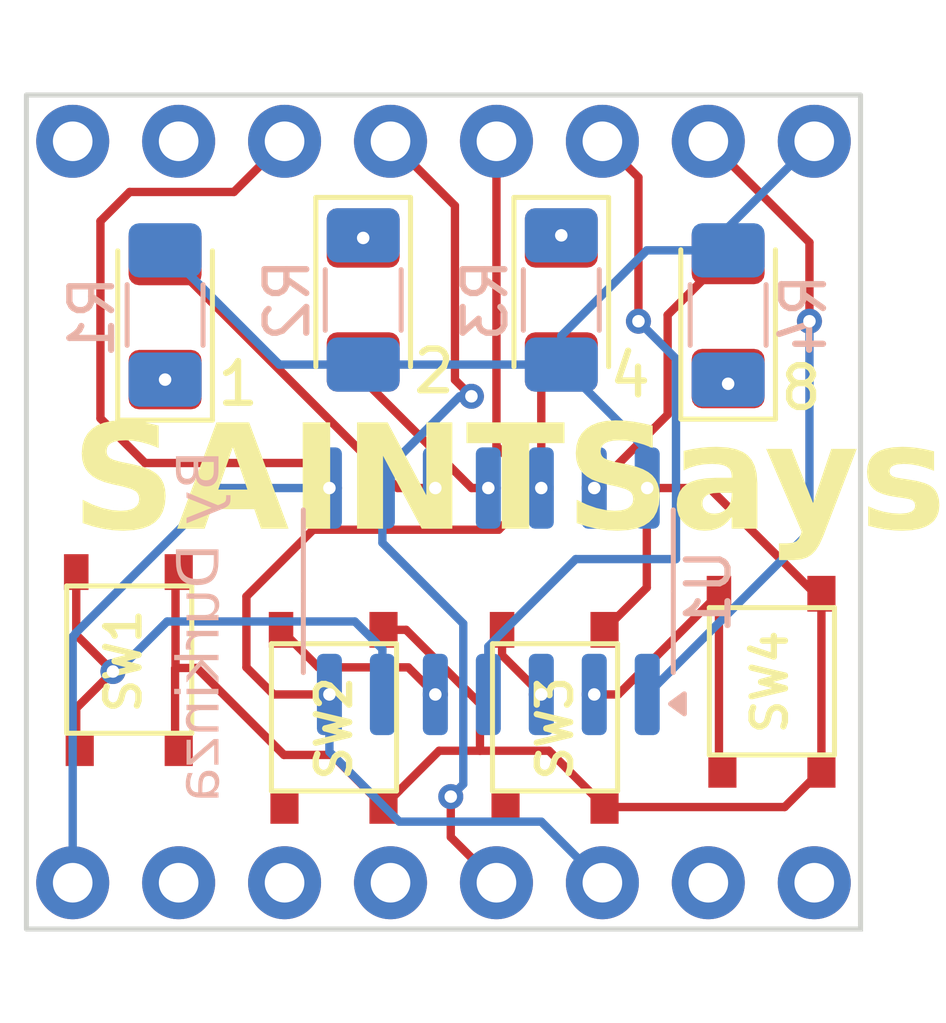
<source format=kicad_pcb>
(kicad_pcb (version 20240108) (generator "pcbnew") (generator_version "8.0")
  (layers (0 "F.Cu" signal) (31 "B.Cu" signal) (34 "B.Paste" user) (35 "F.Paste" user) (36 "B.SilkS" user "B.Silkscreen") (37 "F.SilkS" user "F.Silkscreen") (38 "B.Mask" user) (39 "F.Mask" user) (44 "Edge.Cuts" user))
  (net 0 "")
  (net 1 "Net-(D1-K)")
  (net 2 "Net-(D1-A)")
  (net 3 "Net-(D2-A)")
  (net 4 "Net-(D2-K)")
  (net 5 "Net-(D3-A)")
  (net 6 "Net-(D3-K)")
  (net 7 "Net-(D4-K)")
  (net 8 "Net-(D4-A)")
  (net 9 "Net-(U1-XTAL1{slash}PB0)")
  (net 10 "Net-(U1-XTAL2{slash}PB1)")
  (net 11 "Net-(U1-PA7)")
  (net 12 "Net-(U1-GND)")
  (net 13 "Net-(MB1-CS)")
  (net 15 "Net-(MB1-SCK)")
  (net 16 "Net-(MB1-MOSI)")
  (net 21 "Net-(U1-PB2)")
  (net 22 "unconnected-(MB1-+VBATT-Pad1)")
  (net 23 "Net-(MB1-+3V3)")
  (net 25 "Net-(MB1-CLK)")
  (footprint "Custom:SW_SPST_3x3-L" (layer "F.Cu") (at 151.3 94.5 90)
    (property "Reference" "SW4" (at 0.25 -0.05 90) (layer "F.SilkS") (effects (font (size 0.8 0.8))))
    (property "Value" "SW_Push")
    (fp_line (start -1.5 -1.5) (end 2.032 -1.5) (stroke (width 0.12)) (layer "F.SilkS"))
    (fp_line (start 2.032 1.5) (end 2.032 -1.5) (stroke (width 0.12)) (layer "F.SilkS"))
    (fp_line (start -1.5 1.5) (end -1.5 -1.5) (stroke (width 0.12)) (layer "F.SilkS"))
    (fp_line (start -1.5 1.5) (end 2.032 1.5) (stroke (width 0.12)) (layer "F.SilkS"))
    (pad "1" smd rect (at -1.868 -1.187 90) (size 0.836 0.674) (layers "F.Cu" "F.Paste" "F.Mask") (net 9 "Net-(U1-XTAL1{slash}PB0)"))
    (pad "1" smd rect (at 2.365 -1.27 90) (size 0.858 0.588) (layers "F.Cu" "F.Paste" "F.Mask") (net 9 "Net-(U1-XTAL1{slash}PB0)"))
    (pad "2" smd rect (at -1.868 1.187 90) (size 0.836 0.674) (layers "F.Cu" "F.Paste" "F.Mask") (net 12 "Net-(U1-GND)"))
    (pad "2" smd rect (at 2.365 1.187 90) (size 0.858 0.674) (layers "F.Cu" "F.Paste" "F.Mask") (net 12 "Net-(U1-GND)"))
  )
  (footprint "LED_SMD:LED_1206_3216Metric_Pad1.42x1.75mm_HandSolder" (layer "F.Cu") (at 150.25 85.4875 90)
    (property "Reference" "8" (at -1.7125 1.75 180) (layer "F.SilkS"))
    (property "Value" "LED")
    (fp_line (start 1.6 -1.135) (end -2.46 -1.135) (stroke (width 0.12)) (layer "F.SilkS"))
    (fp_line (start -2.46 -1.135) (end -2.46 1.135) (stroke (width 0.12)) (layer "F.SilkS"))
    (fp_line (start -2.46 1.135) (end 1.6 1.135) (stroke (width 0.12)) (layer "F.SilkS"))
    (pad "1" smd roundrect (at -1.4875 0 90) (size 1.425 1.75) (layers "F.Cu" "F.Paste" "F.Mask") (roundrect_rratio 0.175439) (net 7 "Net-(D4-K)"))
    (pad "2" smd roundrect (at 1.4875 0 90) (size 1.425 1.75) (layers "F.Cu" "F.Paste" "F.Mask") (roundrect_rratio 0.175439) (net 8 "Net-(D4-A)"))
  )
  (footprint "LED_SMD:LED_1206_3216Metric_Pad1.42x1.75mm_HandSolder" (layer "F.Cu") (at 136.75 85.5125 90)
    (property "Reference" "1" (at -1.5875 1.75 180) (layer "F.SilkS"))
    (property "Value" "LED")
    (fp_line (start 1.6 -1.135) (end -2.46 -1.135) (stroke (width 0.12)) (layer "F.SilkS"))
    (fp_line (start -2.46 -1.135) (end -2.46 1.135) (stroke (width 0.12)) (layer "F.SilkS"))
    (fp_line (start -2.46 1.135) (end 1.6 1.135) (stroke (width 0.12)) (layer "F.SilkS"))
    (pad "1" smd roundrect (at -1.4875 0 90) (size 1.425 1.75) (layers "F.Cu" "F.Paste" "F.Mask") (roundrect_rratio 0.175439) (net 1 "Net-(D1-K)"))
    (pad "2" smd roundrect (at 1.4875 0 90) (size 1.425 1.75) (layers "F.Cu" "F.Paste" "F.Mask") (roundrect_rratio 0.175439) (net 2 "Net-(D1-A)"))
  )
  (footprint "Custom:SW_SPST_3x3-L" (layer "F.Cu") (at 135.89 93.98 90)
    (property "Reference" "SW1" (at 0.23 -0.14 90) (layer "F.SilkS") (effects (font (size 0.8 0.8))))
    (property "Value" "SW_Push")
    (fp_line (start -1.5 -1.5) (end 2.032 -1.5) (stroke (width 0.12)) (layer "F.SilkS"))
    (fp_line (start 2.032 1.5) (end 2.032 -1.5) (stroke (width 0.12)) (layer "F.SilkS"))
    (fp_line (start -1.5 1.5) (end -1.5 -1.5) (stroke (width 0.12)) (layer "F.SilkS"))
    (fp_line (start -1.5 1.5) (end 2.032 1.5) (stroke (width 0.12)) (layer "F.SilkS"))
    (pad "1" smd rect (at -1.868 -1.187 90) (size 0.836 0.674) (layers "F.Cu" "F.Paste" "F.Mask") (net 11 "Net-(U1-PA7)"))
    (pad "1" smd rect (at 2.365 -1.27 90) (size 0.858 0.588) (layers "F.Cu" "F.Paste" "F.Mask") (net 11 "Net-(U1-PA7)"))
    (pad "2" smd rect (at -1.868 1.187 90) (size 0.836 0.674) (layers "F.Cu" "F.Paste" "F.Mask") (net 12 "Net-(U1-GND)"))
    (pad "2" smd rect (at 2.365 1.187 90) (size 0.858 0.674) (layers "F.Cu" "F.Paste" "F.Mask") (net 12 "Net-(U1-GND)"))
  )
  (footprint "LED_SMD:LED_1206_3216Metric_Pad1.42x1.75mm_HandSolder" (layer "F.Cu") (at 141.5 85.09 -90)
    (property "Reference" "2" (at 1.71 -1.7 0) (layer "F.SilkS"))
    (property "Value" "LED")
    (fp_line (start -2.46 1.135) (end 1.6 1.135) (stroke (width 0.12)) (layer "F.SilkS"))
    (fp_line (start -2.46 -1.135) (end -2.46 1.135) (stroke (width 0.12)) (layer "F.SilkS"))
    (fp_line (start 1.6 -1.135) (end -2.46 -1.135) (stroke (width 0.12)) (layer "F.SilkS"))
    (pad "1" smd roundrect (at -1.4875 0 270) (size 1.425 1.75) (layers "F.Cu" "F.Paste" "F.Mask") (roundrect_rratio 0.175439) (net 4 "Net-(D2-K)"))
    (pad "2" smd roundrect (at 1.4875 0 270) (size 1.425 1.75) (layers "F.Cu" "F.Paste" "F.Mask") (roundrect_rratio 0.175439) (net 3 "Net-(D2-A)"))
  )
  (footprint "LED_SMD:LED_1206_3216Metric_Pad1.42x1.75mm_HandSolder" (layer "F.Cu") (at 146.25 85.09 -90)
    (property "Reference" "4" (at 1.81 -1.65 0) (layer "F.SilkS"))
    (property "Value" "LED")
    (fp_line (start -2.46 1.135) (end 1.6 1.135) (stroke (width 0.12)) (layer "F.SilkS"))
    (fp_line (start -2.46 -1.135) (end -2.46 1.135) (stroke (width 0.12)) (layer "F.SilkS"))
    (fp_line (start 1.6 -1.135) (end -2.46 -1.135) (stroke (width 0.12)) (layer "F.SilkS"))
    (pad "1" smd roundrect (at -1.4875 0 270) (size 1.425 1.75) (layers "F.Cu" "F.Paste" "F.Mask") (roundrect_rratio 0.175439) (net 6 "Net-(D3-K)"))
    (pad "2" smd roundrect (at 1.4875 0 270) (size 1.425 1.75) (layers "F.Cu" "F.Paste" "F.Mask") (roundrect_rratio 0.175439) (net 5 "Net-(D3-A)"))
  )
  (footprint "MiniBadge:MiniBadge_Full" (layer "F.Cu") (at 133.265 80.015)
    (property "Reference" "MB1" (hide yes))
    (property "Value" "MiniBadge_SAINTSays")
    (fp_rect (start 20.16 20.16) (end 0.16 0.16) (stroke (width 0.12)) (fill none) (layer "Edge.Cuts"))
    (pad "1" thru_hole circle (at 1.27 1.27) (size 1.75 1.75) (drill 0.95) (layers "*.Cu" "*.Mask") (net 22 "unconnected-(MB1-+VBATT-Pad1)"))
    (pad "2" thru_hole circle (at 3.81 1.27) (size 1.75 1.75) (drill 0.95) (layers "*.Cu" "*.Mask"))
    (pad "3" thru_hole circle (at 6.35 1.27 90) (size 1.75 1.75) (drill 0.95) (layers "*.Cu" "*.Mask") (net 25 "Net-(MB1-CLK)"))
    (pad "4" thru_hole circle (at 8.89 1.27) (size 1.75 1.75) (drill 0.95) (layers "*.Cu" "*.Mask") (net 15 "Net-(MB1-SCK)"))
    (pad "5" thru_hole circle (at 11.43 1.27) (size 1.75 1.75) (drill 0.95) (layers "*.Cu" "*.Mask") (net 16 "Net-(MB1-MOSI)"))
    (pad "6" thru_hole circle (at 13.97 1.27) (size 1.75 1.75) (drill 0.95) (layers "*.Cu" "*.Mask") (net 13 "Net-(MB1-CS)"))
    (pad "7" thru_hole circle (at 16.51 1.27) (size 1.75 1.75) (drill 0.95) (layers "*.Cu" "*.Mask") (net 23 "Net-(MB1-+3V3)"))
    (pad "8" thru_hole circle (at 19.05 1.27) (size 1.75 1.75) (drill 0.95) (layers "*.Cu" "*.Mask") (net 12 "Net-(U1-GND)"))
    (pad "9" thru_hole circle (at 1.27 19.05) (size 1.75 1.75) (drill 0.95) (layers "*.Cu" "*.Mask") (net 25 "Net-(MB1-CLK)"))
    (pad "10" thru_hole circle (at 3.81 19.05) (size 1.75 1.75) (drill 0.95) (layers "*.Cu" "*.Mask"))
    (pad "11" thru_hole circle (at 6.35 19.05) (size 1.75 1.75) (drill 0.95) (layers "*.Cu" "*.Mask"))
    (pad "12" thru_hole circle (at 8.89 19.05) (size 1.75 1.75) (drill 0.95) (layers "*.Cu" "*.Mask"))
    (pad "13" thru_hole circle (at 11.43 19.05) (size 1.75 1.75) (drill 0.95) (layers "*.Cu" "*.Mask") (net 15 "Net-(MB1-SCK)"))
    (pad "14" thru_hole circle (at 13.97 19.05) (size 1.75 1.75) (drill 0.95) (layers "*.Cu" "*.Mask") (net 16 "Net-(MB1-MOSI)"))
    (pad "15" thru_hole circle (at 16.51 19.05) (size 1.75 1.75) (drill 0.95) (layers "*.Cu" "*.Mask"))
    (pad "16" thru_hole circle (at 19.05 19.05) (size 1.75 1.75) (drill 0.95) (layers "*.Cu" "*.Mask"))
  )
  (footprint "Custom:SW_SPST_3x3-L" (layer "F.Cu") (at 146.1 95.365 90)
    (property "Reference" "SW3" (at 0 0 90) (layer "F.SilkS") (effects (font (size 0.8 0.8))))
    (property "Value" "SW_Push")
    (fp_line (start -1.5 -1.5) (end 2.032 -1.5) (stroke (width 0.12)) (layer "F.SilkS"))
    (fp_line (start 2.032 1.5) (end 2.032 -1.5) (stroke (width 0.12)) (layer "F.SilkS"))
    (fp_line (start -1.5 1.5) (end -1.5 -1.5) (stroke (width 0.12)) (layer "F.SilkS"))
    (fp_line (start -1.5 1.5) (end 2.032 1.5) (stroke (width 0.12)) (layer "F.SilkS"))
    (pad "1" smd rect (at -1.868 -1.187 90) (size 0.836 0.674) (layers "F.Cu" "F.Paste" "F.Mask") (net 10 "Net-(U1-XTAL2{slash}PB1)"))
    (pad "1" smd rect (at 2.365 -1.27 90) (size 0.858 0.588) (layers "F.Cu" "F.Paste" "F.Mask") (net 10 "Net-(U1-XTAL2{slash}PB1)"))
    (pad "2" smd rect (at -1.868 1.187 90) (size 0.836 0.674) (layers "F.Cu" "F.Paste" "F.Mask") (net 12 "Net-(U1-GND)"))
    (pad "2" smd rect (at 2.365 1.187 90) (size 0.858 0.674) (layers "F.Cu" "F.Paste" "F.Mask") (net 12 "Net-(U1-GND)"))
  )
  (footprint "Custom:SW_SPST_3x3-L" (layer "F.Cu") (at 140.8 95.365 90)
    (property "Reference" "SW2" (at 0 0 90) (layer "F.SilkS") (effects (font (size 0.8 0.8))))
    (property "Value" "SW_Push")
    (fp_line (start -1.5 -1.5) (end 2.032 -1.5) (stroke (width 0.12)) (layer "F.SilkS"))
    (fp_line (start 2.032 1.5) (end 2.032 -1.5) (stroke (width 0.12)) (layer "F.SilkS"))
    (fp_line (start -1.5 1.5) (end -1.5 -1.5) (stroke (width 0.12)) (layer "F.SilkS"))
    (fp_line (start -1.5 1.5) (end 2.032 1.5) (stroke (width 0.12)) (layer "F.SilkS"))
    (pad "1" smd rect (at -1.868 -1.187 90) (size 0.836 0.674) (layers "F.Cu" "F.Paste" "F.Mask") (net 21 "Net-(U1-PB2)"))
    (pad "1" smd rect (at 2.365 -1.27 90) (size 0.858 0.588) (layers "F.Cu" "F.Paste" "F.Mask") (net 21 "Net-(U1-PB2)"))
    (pad "2" smd rect (at -1.868 1.187 90) (size 0.836 0.674) (layers "F.Cu" "F.Paste" "F.Mask") (net 12 "Net-(U1-GND)"))
    (pad "2" smd rect (at 2.365 1.187 90) (size 0.858 0.674) (layers "F.Cu" "F.Paste" "F.Mask") (net 12 "Net-(U1-GND)"))
  )
  (footprint "Package_SO:SOIC-14_3.9x8.7mm_P1.27mm" (layer "B.Cu") (at 144.5 92.075 90)
    (property "Reference" "U1" (at 0 5.28 90) (layer "B.SilkS") (effects (justify mirror)))
    (property "Value" "ATtiny84A-SS")
    (fp_line (start 1.95 -4.435) (end 0 -4.435) (stroke (width 0.12)) (layer "B.SilkS"))
    (fp_line (start -1.95 -4.435) (end 0 -4.435) (stroke (width 0.12)) (layer "B.SilkS"))
    (fp_line (start 1.95 4.435) (end 0 4.435) (stroke (width 0.12)) (layer "B.SilkS"))
    (fp_line (start -1.95 4.435) (end 0 4.435) (stroke (width 0.12)) (layer "B.SilkS"))
    (fp_poly (pts (xy -2.7 4.37) (xy -2.94 4.7) (xy -2.46 4.7) (xy -2.7 4.37)) (stroke (width 0.12)) (fill solid) (layer "B.SilkS"))
    (pad "1" smd roundrect (at -2.475 3.81 90) (size 1.95 0.6) (layers "B.Cu" "B.Paste" "B.Mask") (net 23 "Net-(MB1-+3V3)"))
    (pad "2" smd roundrect (at -2.475 2.54 90) (size 1.95 0.6) (layers "B.Cu" "B.Paste" "B.Mask") (net 9 "Net-(U1-XTAL1{slash}PB0)"))
    (pad "3" smd roundrect (at -2.475 1.27 90) (size 1.95 0.6) (layers "B.Cu" "B.Paste" "B.Mask") (net 10 "Net-(U1-XTAL2{slash}PB1)"))
    (pad "4" smd roundrect (at -2.475 0 90) (size 1.95 0.6) (layers "B.Cu" "B.Paste" "B.Mask") (net 13 "Net-(MB1-CS)"))
    (pad "5" smd roundrect (at -2.475 -1.27 90) (size 1.95 0.6) (layers "B.Cu" "B.Paste" "B.Mask") (net 21 "Net-(U1-PB2)"))
    (pad "6" smd roundrect (at -2.475 -2.54 90) (size 1.95 0.6) (layers "B.Cu" "B.Paste" "B.Mask") (net 11 "Net-(U1-PA7)"))
    (pad "7" smd roundrect (at -2.475 -3.81 90) (size 1.95 0.6) (layers "B.Cu" "B.Paste" "B.Mask") (net 16 "Net-(MB1-MOSI)"))
    (pad "8" smd roundrect (at 2.475 -3.81 90) (size 1.95 0.6) (layers "B.Cu" "B.Paste" "B.Mask") (net 25 "Net-(MB1-CLK)"))
    (pad "9" smd roundrect (at 2.475 -2.54 90) (size 1.95 0.6) (layers "B.Cu" "B.Paste" "B.Mask") (net 15 "Net-(MB1-SCK)"))
    (pad "10" smd roundrect (at 2.475 -1.27 90) (size 1.95 0.6) (layers "B.Cu" "B.Paste" "B.Mask") (net 2 "Net-(D1-A)"))
    (pad "11" smd roundrect (at 2.475 0 90) (size 1.95 0.6) (layers "B.Cu" "B.Paste" "B.Mask") (net 3 "Net-(D2-A)"))
    (pad "12" smd roundrect (at 2.475 1.27 90) (size 1.95 0.6) (layers "B.Cu" "B.Paste" "B.Mask") (net 5 "Net-(D3-A)"))
    (pad "13" smd roundrect (at 2.475 2.54 90) (size 1.95 0.6) (layers "B.Cu" "B.Paste" "B.Mask") (net 8 "Net-(D4-A)"))
    (pad "14" smd roundrect (at 2.475 3.81 90) (size 1.95 0.6) (layers "B.Cu" "B.Paste" "B.Mask") (net 12 "Net-(U1-GND)"))
  )
  (footprint "Resistor_SMD:R_1206_3216Metric_Pad1.30x1.75mm_HandSolder" (layer "B.Cu") (at 141.5 85.09 -90)
    (property "Reference" "R2" (at 0 1.82 90) (layer "B.SilkS") (effects (justify mirror)))
    (property "Value" "R_US")
    (fp_line (start 0.727064 0.91) (end -0.727064 0.91) (stroke (width 0.12)) (layer "B.SilkS"))
    (fp_line (start 0.727064 -0.91) (end -0.727064 -0.91) (stroke (width 0.12)) (layer "B.SilkS"))
    (pad "1" smd roundrect (at -1.55 0 270) (size 1.3 1.75) (layers "B.Cu" "B.Paste" "B.Mask") (roundrect_rratio 0.192308) (net 4 "Net-(D2-K)"))
    (pad "2" smd roundrect (at 1.55 0 270) (size 1.3 1.75) (layers "B.Cu" "B.Paste" "B.Mask") (roundrect_rratio 0.192308) (net 12 "Net-(U1-GND)"))
  )
  (footprint "Resistor_SMD:R_1206_3216Metric_Pad1.30x1.75mm_HandSolder" (layer "B.Cu") (at 150.25 85.45 90)
    (property "Reference" "R4" (at 0 1.82 -90) (layer "B.SilkS") (effects (justify mirror)))
    (property "Value" "R_US")
    (fp_line (start 0.727064 -0.91) (end -0.727064 -0.91) (stroke (width 0.12)) (layer "B.SilkS"))
    (fp_line (start 0.727064 0.91) (end -0.727064 0.91) (stroke (width 0.12)) (layer "B.SilkS"))
    (pad "1" smd roundrect (at -1.55 0 90) (size 1.3 1.75) (layers "B.Cu" "B.Paste" "B.Mask") (roundrect_rratio 0.192308) (net 7 "Net-(D4-K)"))
    (pad "2" smd roundrect (at 1.55 0 90) (size 1.3 1.75) (layers "B.Cu" "B.Paste" "B.Mask") (roundrect_rratio 0.192308) (net 12 "Net-(U1-GND)"))
  )
  (footprint "Resistor_SMD:R_1206_3216Metric_Pad1.30x1.75mm_HandSolder" (layer "B.Cu") (at 146.25 85.09 -90)
    (property "Reference" "R3" (at 0 1.82 90) (layer "B.SilkS") (effects (justify mirror)))
    (property "Value" "R_US")
    (fp_line (start 0.727064 0.91) (end -0.727064 0.91) (stroke (width 0.12)) (layer "B.SilkS"))
    (fp_line (start 0.727064 -0.91) (end -0.727064 -0.91) (stroke (width 0.12)) (layer "B.SilkS"))
    (pad "1" smd roundrect (at -1.55 0 270) (size 1.3 1.75) (layers "B.Cu" "B.Paste" "B.Mask") (roundrect_rratio 0.192308) (net 6 "Net-(D3-K)"))
    (pad "2" smd roundrect (at 1.55 0 270) (size 1.3 1.75) (layers "B.Cu" "B.Paste" "B.Mask") (roundrect_rratio 0.192308) (net 12 "Net-(U1-GND)"))
  )
  (footprint "Resistor_SMD:R_1206_3216Metric_Pad1.30x1.75mm_HandSolder" (layer "B.Cu") (at 136.75 85.45 90)
    (property "Reference" "R1" (at -0.05 -1.75 -90) (layer "B.SilkS") (effects (justify mirror)))
    (property "Value" "R_US")
    (fp_line (start 0.727064 -0.91) (end -0.727064 -0.91) (stroke (width 0.12)) (layer "B.SilkS"))
    (fp_line (start 0.727064 0.91) (end -0.727064 0.91) (stroke (width 0.12)) (layer "B.SilkS"))
    (pad "1" smd roundrect (at -1.55 0 90) (size 1.3 1.75) (layers "B.Cu" "B.Paste" "B.Mask") (roundrect_rratio 0.192308) (net 1 "Net-(D1-K)"))
    (pad "2" smd roundrect (at 1.55 0 90) (size 1.3 1.75) (layers "B.Cu" "B.Paste" "B.Mask") (roundrect_rratio 0.192308) (net 12 "Net-(U1-GND)"))
  )
  (gr_text "By Durkinza" (at 138.2 88.7 90) (layer "B.SilkS") (effects (font (size 1 1)) (justify left bottom mirror)))
  (gr_text "SAINTSays" (at 134.5 91 0) (layer "F.SilkS") (effects (font (size 2.5 2.5) (thickness 0.3) (bold yes)) (justify left bottom)))
  (via (at 136.75 87) (size 0.6) (drill 0.3) (layers "F.Cu" "B.Cu") (net 1))
  (segment (start 143.23 89.6) (end 142.325 89.6) (width 0.2) (layer "F.Cu") (net 2))
  (segment (start 142.325 89.6) (end 136.75 84.025) (width 0.2) (layer "F.Cu") (net 2))
  (via (at 143.23 89.6) (size 0.6) (drill 0.3) (layers "F.Cu" "B.Cu") (net 2))
  (segment (start 141.5 87) (end 141.5 86.5775) (width 0.2) (layer "F.Cu") (net 3))
  (segment (start 144.5 89.6) (end 144.1 89.6) (width 0.2) (layer "F.Cu") (net 3))
  (segment (start 144.1 89.6) (end 141.5 87) (width 0.2) (layer "F.Cu") (net 3))
  (via (at 144.5 89.6) (size 0.6) (drill 0.3) (layers "F.Cu" "B.Cu") (net 3))
  (via (at 141.5 83.6025) (size 0.6) (drill 0.3) (layers "F.Cu" "B.Cu") (net 4))
  (segment (start 141.5 83.6025) (end 141.5425 83.6025) (width 0.2) (layer "B.Cu") (net 4))
  (segment (start 141.5425 83.6025) (end 141.605 83.54) (width 0.2) (layer "B.Cu") (net 4))
  (segment (start 145.77 87.0575) (end 146.25 86.5775) (width 0.2) (layer "F.Cu") (net 5))
  (segment (start 145.77 89.6) (end 145.77 87.0575) (width 0.2) (layer "F.Cu") (net 5))
  (via (at 145.77 89.6) (size 0.6) (drill 0.3) (layers "F.Cu" "B.Cu") (net 5))
  (via (at 146.25 83.54) (size 0.6) (drill 0.3) (layers "F.Cu" "B.Cu") (net 6))
  (segment (start 146.25 83.54) (end 146.685 83.54) (width 0.2) (layer "B.Cu") (net 6))
  (via (at 150.25 87.1) (size 0.6) (drill 0.3) (layers "F.Cu" "B.Cu") (net 7))
  (segment (start 147.04 89.6) (end 148.8 87.84) (width 0.2) (layer "F.Cu") (net 8))
  (segment (start 148.8 87.84) (end 148.8 85.45) (width 0.2) (layer "F.Cu") (net 8))
  (segment (start 148.8 85.45) (end 150.25 84) (width 0.2) (layer "F.Cu") (net 8))
  (via (at 147.04 89.6) (size 0.6) (drill 0.3) (layers "F.Cu" "B.Cu") (net 8))
  (segment (start 147.04 94.55) (end 147.615 94.55) (width 0.2) (layer "F.Cu") (net 9))
  (segment (start 150.113 96.368) (end 150.2 96.281) (width 0.2) (layer "F.Cu") (net 9))
  (segment (start 150.03 92.135) (end 150.03 96.285) (width 0.2) (layer "F.Cu") (net 9))
  (segment (start 150.03 96.285) (end 150.113 96.368) (width 0.2) (layer "F.Cu") (net 9))
  (segment (start 147.615 94.55) (end 150.03 92.135) (width 0.2) (layer "F.Cu") (net 9))
  (via (at 147.04 94.55) (size 0.6) (drill 0.3) (layers "F.Cu" "B.Cu") (net 9))
  (segment (start 144.83 93.61) (end 144.83 93) (width 0.2) (layer "F.Cu") (net 10))
  (segment (start 145.77 94.55) (end 144.83 93.61) (width 0.2) (layer "F.Cu") (net 10))
  (via (at 145.77 94.55) (size 0.6) (drill 0.3) (layers "F.Cu" "B.Cu") (net 10))
  (segment (start 134.62 95.765) (end 134.703 95.848) (width 0.2) (layer "F.Cu") (net 11))
  (segment (start 135.5 94) (end 134.62 94.88) (width 0.2) (layer "F.Cu") (net 11))
  (segment (start 134.62 94.88) (end 134.62 95.765) (width 0.2) (layer "F.Cu") (net 11))
  (segment (start 134.62 93.12) (end 134.62 91.615) (width 0.2) (layer "F.Cu") (net 11))
  (segment (start 135.5 94) (end 134.62 93.12) (width 0.2) (layer "F.Cu") (net 11))
  (via (at 135.5 94) (size 0.6) (drill 0.3) (layers "F.Cu" "B.Cu") (net 11))
  (segment (start 135.6 94) (end 136.8 92.8) (width 0.2) (layer "B.Cu") (net 11))
  (segment (start 135.5 94) (end 135.6 94) (width 0.2) (layer "B.Cu") (net 11))
  (segment (start 141.96 93.46) (end 141.96 94.95) (width 0.2) (layer "B.Cu") (net 11))
  (segment (start 141.3 92.8) (end 141.96 93.46) (width 0.2) (layer "B.Cu") (net 11))
  (segment (start 136.8 92.8) (end 141.3 92.8) (width 0.2) (layer "B.Cu") (net 11))
  (segment (start 141.987 93) (end 142.528529 93) (width 0.2) (layer "F.Cu") (net 12))
  (segment (start 145.954 95.9) (end 147.304 97.25) (width 0.2) (layer "F.Cu") (net 12))
  (segment (start 137.515 93.915) (end 139.6 96) (width 0.2) (layer "F.Cu") (net 12))
  (segment (start 151.605 97.25) (end 152.487 96.368) (width 0.2) (layer "F.Cu") (net 12))
  (segment (start 152.487 92.135) (end 152.487 96.368) (width 0.2) (layer "F.Cu") (net 12))
  (segment (start 149.8 89.6) (end 152.335 92.135) (width 0.2) (layer "F.Cu") (net 12))
  (segment (start 143.32 95.9) (end 144.3 95.9) (width 0.2) (layer "F.Cu") (net 12))
  (segment (start 148.3 89.61) (end 148.31 89.6) (width 0.2) (layer "F.Cu") (net 12))
  (segment (start 139.6 96) (end 140.754 96) (width 0.2) (layer "F.Cu") (net 12))
  (segment (start 148.3 91.987) (end 148.3 89.61) (width 0.2) (layer "F.Cu") (net 12))
  (segment (start 141.987 97.233) (end 142.37 96.85) (width 0.2) (layer "F.Cu") (net 12))
  (segment (start 147.287 93) (end 148.3 91.987) (width 0.2) (layer "F.Cu") (net 12))
  (segment (start 137 93.915) (end 137.515 93.915) (width 0.2) (layer "F.Cu") (net 12))
  (segment (start 148.31 89.6) (end 149.8 89.6) (width 0.2) (layer "F.Cu") (net 12))
  (segment (start 137 93.915) (end 137 91.692) (width 0.2) (layer "F.Cu") (net 12))
  (segment (start 142.528529 93) (end 144.3 94.771471) (width 0.2) (layer "F.Cu") (net 12))
  (segment (start 147.304 97.25) (end 151.605 97.25) (width 0.2) (layer "F.Cu") (net 12))
  (segment (start 141.9 97.32) (end 143.32 95.9) (width 0.2) (layer "F.Cu") (net 12))
  (segment (start 144.3 95.9) (end 145.954 95.9) (width 0.2) (layer "F.Cu") (net 12))
  (segment (start 136.99 93.925) (end 136.99 95.78) (width 0.2) (layer "F.Cu") (net 12))
  (segment (start 140.754 96) (end 141.987 97.233) (width 0.2) (layer "F.Cu") (net 12))
  (segment (start 137 91.692) (end 137.077 91.615) (width 0.2) (layer "F.Cu") (net 12))
  (segment (start 137 93.915) (end 136.99 93.925) (width 0.2) (layer "F.Cu") (net 12))
  (segment (start 152.335 92.135) (end 152.487 92.135) (width 0.2) (layer "F.Cu") (net 12))
  (segment (start 144.3 94.771471) (end 144.3 95.9) (width 0.2) (layer "F.Cu") (net 12))
  (via (at 148.31 89.6) (size 0.6) (drill 0.3) (layers "F.Cu" "B.Cu") (net 12))
  (segment (start 148.31 89.6) (end 148.31 88.7) (width 0.2) (layer "B.Cu") (net 12))
  (segment (start 139.49 86.64) (end 136.75 83.9) (width 0.2) (layer "B.Cu") (net 12))
  (segment (start 148.31 89.6) (end 148.31 90) (width 0.2) (layer "B.Cu") (net 12))
  (segment (start 141.5 86.64) (end 139.49 86.64) (width 0.2) (layer "B.Cu") (net 12))
  (segment (start 148.3 83.9) (end 146.25 85.95) (width 0.2) (layer "B.Cu") (net 12))
  (segment (start 152.315 81.285) (end 150.25 83.35) (width 0.2) (layer "B.Cu") (net 12))
  (segment (start 150.25 83.9) (end 148.3 83.9) (width 0.2) (layer "B.Cu") (net 12))
  (segment (start 150.25 83.35) (end 150.25 83.9) (width 0.2) (layer "B.Cu") (net 12))
  (segment (start 146.25 85.95) (end 146.25 86.64) (width 0.2) (layer "B.Cu") (net 12))
  (segment (start 148.31 88.7) (end 146.25 86.64) (width 0.2) (layer "B.Cu") (net 12))
  (segment (start 146.25 86.64) (end 141.5 86.64) (width 0.2) (layer "B.Cu") (net 12))
  (segment (start 148.1 82.15) (end 147.235 81.285) (width 0.2) (layer "F.Cu") (net 13))
  (segment (start 148.1 85.6) (end 148.1 82.15) (width 0.2) (layer "F.Cu") (net 13))
  (via (at 148.1 85.6) (size 0.6) (drill 0.3) (layers "F.Cu" "B.Cu") (net 13))
  (segment (start 146.595552 91.304448) (end 144.5 93.4) (width 0.2) (layer "B.Cu") (net 13))
  (segment (start 144.5 93.4) (end 144.5 94.95) (width 0.2) (layer "B.Cu") (net 13))
  (segment (start 148.1 85.6) (end 149 86.5) (width 0.2) (layer "B.Cu") (net 13))
  (segment (start 149 86.5) (end 149 91.304448) (width 0.2) (layer "B.Cu") (net 13))
  (segment (start 149 91.304448) (end 146.595552 91.304448) (width 0.2) (layer "B.Cu") (net 13))
  (segment (start 143.7 87.005) (end 143.7 82.83) (width 0.2) (layer "F.Cu") (net 15))
  (segment (start 143.6 97.97) (end 144.695 99.065) (width 0.2) (layer "F.Cu") (net 15))
  (segment (start 143.7 82.83) (end 142.155 81.285) (width 0.2) (layer "F.Cu") (net 15))
  (segment (start 144.095 87.4) (end 143.7 87.005) (width 0.2) (layer "F.Cu") (net 15))
  (segment (start 143.6 97) (end 143.6 97.97) (width 0.2) (layer "F.Cu") (net 15))
  (via (at 143.6 97) (size 0.6) (drill 0.3) (layers "F.Cu" "B.Cu") (net 15))
  (via (at 144.095 87.4) (size 0.6) (drill 0.3) (layers "F.Cu" "B.Cu") (net 15))
  (segment (start 143.814448 87.4) (end 141.96 89.254448) (width 0.2) (layer "B.Cu") (net 15))
  (segment (start 141.96 89.254448) (end 141.96 89.6) (width 0.2) (layer "B.Cu") (net 15))
  (segment (start 141.96 90) (end 141.96 90.912224) (width 0.2) (layer "B.Cu") (net 15))
  (segment (start 143.9 96.7) (end 143.6 97) (width 0.2) (layer "B.Cu") (net 15))
  (segment (start 141.96 90.912224) (end 143.9 92.852224) (width 0.2) (layer "B.Cu") (net 15))
  (segment (start 144.095 87.4) (end 143.814448 87.4) (width 0.2) (layer "B.Cu") (net 15))
  (segment (start 143.9 92.852224) (end 143.9 96.7) (width 0.2) (layer "B.Cu") (net 15))
  (segment (start 139.35 94.55) (end 138.7 93.9) (width 0.2) (layer "F.Cu") (net 16))
  (segment (start 140.69 94.55) (end 139.35 94.55) (width 0.2) (layer "F.Cu") (net 16))
  (segment (start 140.3 90.6) (end 144.748529 90.6) (width 0.2) (layer "F.Cu") (net 16))
  (segment (start 145.1 90.248529) (end 145.1 89) (width 0.2) (layer "F.Cu") (net 16))
  (segment (start 145.1 89) (end 144.695 88.595) (width 0.2) (layer "F.Cu") (net 16))
  (segment (start 138.7 93.9) (end 138.7 92.2) (width 0.2) (layer "F.Cu") (net 16))
  (segment (start 144.695 88.595) (end 144.695 81.285) (width 0.2) (layer "F.Cu") (net 16))
  (segment (start 144.748529 90.6) (end 145.1 90.248529) (width 0.2) (layer "F.Cu") (net 16))
  (segment (start 138.7 92.2) (end 140.3 90.6) (width 0.2) (layer "F.Cu") (net 16))
  (via (at 140.69 94.55) (size 0.6) (drill 0.3) (layers "F.Cu" "B.Cu") (net 16))
  (segment (start 140.69 95.924999) (end 142.365001 97.6) (width 0.2) (layer "B.Cu") (net 16))
  (segment (start 140.69 94.55) (end 140.69 94.95) (width 0.2) (layer "B.Cu") (net 16))
  (segment (start 145.77 97.6) (end 147.235 99.065) (width 0.2) (layer "B.Cu") (net 16))
  (segment (start 142.365001 97.6) (end 145.77 97.6) (width 0.2) (layer "B.Cu") (net 16))
  (segment (start 140.69 94.55) (end 140.69 95.924999) (width 0.2) (layer "B.Cu") (net 16))
  (segment (start 140.43 93.9) (end 139.53 93) (width 0.2) (layer "F.Cu") (net 21))
  (segment (start 142.58 93.9) (end 140.43 93.9) (width 0.2) (layer "F.Cu") (net 21))
  (segment (start 143.23 94.55) (end 142.58 93.9) (width 0.2) (layer "F.Cu") (net 21))
  (via (at 143.23 94.55) (size 0.6) (drill 0.3) (layers "F.Cu" "B.Cu") (net 21))
  (segment (start 134.585 81.245) (end 134.535 81.295) (width 0.2) (layer "B.Cu") (net 22))
  (segment (start 152.2 83.71) (end 149.775 81.285) (width 0.2) (layer "F.Cu") (net 23))
  (segment (start 152.2 85.6) (end 152.2 83.71) (width 0.2) (layer "F.Cu") (net 23))
  (via (at 152.2 85.6) (size 0.6) (drill 0.3) (layers "F.Cu" "B.Cu") (net 23))
  (segment (start 152.2 85.6) (end 152.2 90.66) (width 0.2) (layer "B.Cu") (net 23))
  (segment (start 148.31 94.55) (end 148.31 94.95) (width 0.2) (layer "B.Cu") (net 23))
  (segment (start 152.2 90.66) (end 148.31 94.55) (width 0.2) (layer "B.Cu") (net 23))
  (segment (start 135.2 87.929657) (end 135.2 83.2) (width 0.2) (layer "F.Cu") (net 25))
  (segment (start 140.69 89.6) (end 140.09 89) (width 0.2) (layer "F.Cu") (net 25))
  (segment (start 140.09 89) (end 136.270343 89) (width 0.2) (layer "F.Cu") (net 25))
  (segment (start 138.4 82.5) (end 139.615 81.285) (width 0.2) (layer "F.Cu") (net 25))
  (segment (start 135.9 82.5) (end 138.4 82.5) (width 0.2) (layer "F.Cu") (net 25))
  (segment (start 135.2 83.2) (end 135.9 82.5) (width 0.2) (layer "F.Cu") (net 25))
  (segment (start 136.270343 89) (end 135.2 87.929657) (width 0.2) (layer "F.Cu") (net 25))
  (via (at 140.69 89.6) (size 0.6) (drill 0.3) (layers "F.Cu" "B.Cu") (net 25))
  (segment (start 134.6 93.1) (end 134.535 93.165) (width 0.2) (layer "B.Cu") (net 25))
  (segment (start 138.085 89.6) (end 134.6 93.085) (width 0.2) (layer "B.Cu") (net 25))
  (segment (start 134.6 93.085) (end 134.6 93.1) (width 0.2) (layer "B.Cu") (net 25))
  (segment (start 140.69 89.6) (end 138.085 89.6) (width 0.2) (layer "B.Cu") (net 25))
  (segment (start 134.535 93.165) (end 134.535 99.065) (width 0.2) (layer "B.Cu") (net 25))
)
</source>
